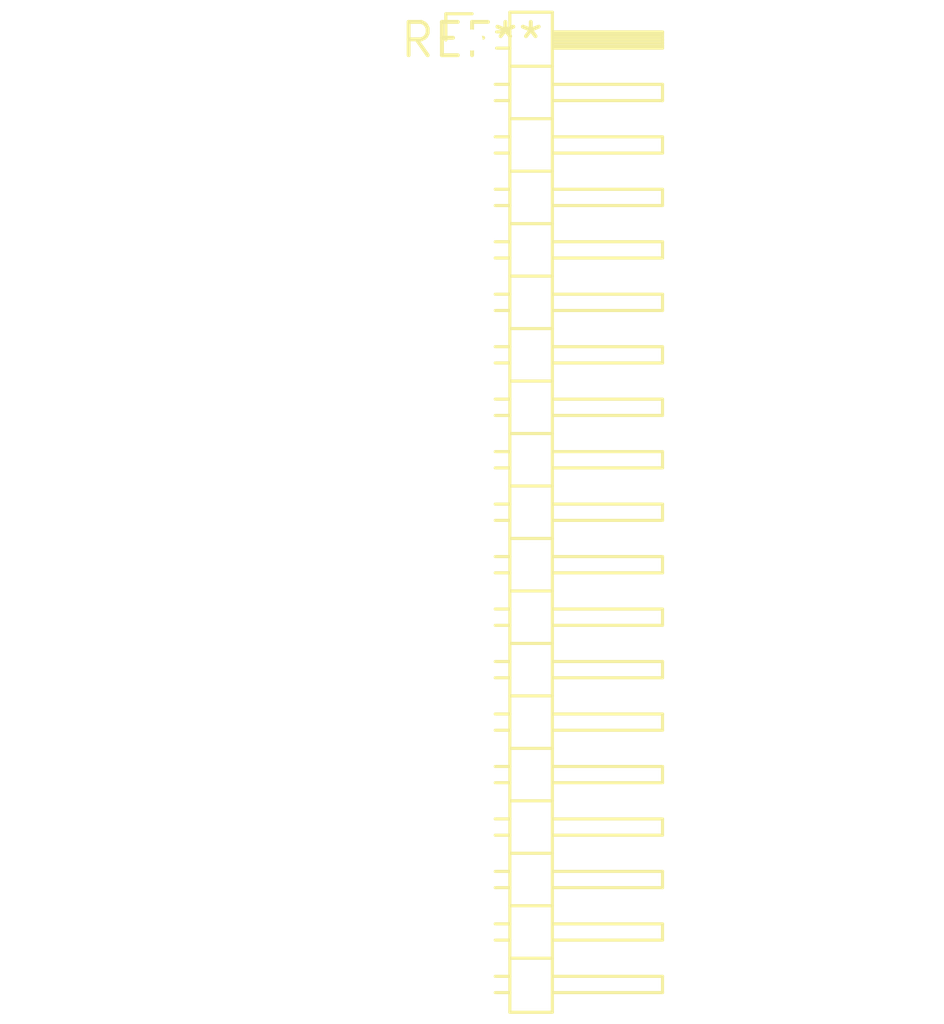
<source format=kicad_pcb>
(kicad_pcb (version 20240108) (generator pcbnew)
  (layers (0 "F.Cu" signal) (31 "B.Cu" signal) (34 "B.Paste" user) (35 "F.Paste" user) (36 "B.SilkS" user "B.Silkscreen") (37 "F.SilkS" user "F.Silkscreen") (38 "B.Mask" user) (39 "F.Mask" user) (44 "Edge.Cuts" user))
  (net 0 "")
  (footprint "PinHeader_1x19_P2.00mm_Horizontal" (layer "F.Cu") (at 0 0)
    (property "Reference" "REF**")
    (property "Value" "PinHeader_1x19_P2.00mm_Horizontal")
    (fp_line (start -1 -1) (end 0 -1) (layer "F.SilkS") (stroke (width 0.12)))
    (fp_line (start -1 0) (end -1 -1) (layer "F.SilkS") (stroke (width 0.12)))
    (fp_line (start 0.882114 1.69) (end 1.44 1.69) (layer "F.SilkS") (stroke (width 0.12)))
    (fp_line (start 0.882114 2.31) (end 1.44 2.31) (layer "F.SilkS") (stroke (width 0.12)))
    (fp_line (start 0.882114 3.69) (end 1.44 3.69) (layer "F.SilkS") (stroke (width 0.12)))
    (fp_line (start 0.882114 4.31) (end 1.44 4.31) (layer "F.SilkS") (stroke (width 0.12)))
    (fp_line (start 0.882114 5.69) (end 1.44 5.69) (layer "F.SilkS") (stroke (width 0.12)))
    (fp_line (start 0.882114 6.31) (end 1.44 6.31) (layer "F.SilkS") (stroke (width 0.12)))
    (fp_line (start 0.882114 7.69) (end 1.44 7.69) (layer "F.SilkS") (stroke (width 0.12)))
    (fp_line (start 0.882114 8.31) (end 1.44 8.31) (layer "F.SilkS") (stroke (width 0.12)))
    (fp_line (start 0.882114 9.69) (end 1.44 9.69) (layer "F.SilkS") (stroke (width 0.12)))
    (fp_line (start 0.882114 10.31) (end 1.44 10.31) (layer "F.SilkS") (stroke (width 0.12)))
    (fp_line (start 0.882114 11.69) (end 1.44 11.69) (layer "F.SilkS") (stroke (width 0.12)))
    (fp_line (start 0.882114 12.31) (end 1.44 12.31) (layer "F.SilkS") (stroke (width 0.12)))
    (fp_line (start 0.882114 13.69) (end 1.44 13.69) (layer "F.SilkS") (stroke (width 0.12)))
    (fp_line (start 0.882114 14.31) (end 1.44 14.31) (layer "F.SilkS") (stroke (width 0.12)))
    (fp_line (start 0.882114 15.69) (end 1.44 15.69) (layer "F.SilkS") (stroke (width 0.12)))
    (fp_line (start 0.882114 16.31) (end 1.44 16.31) (layer "F.SilkS") (stroke (width 0.12)))
    (fp_line (start 0.882114 17.69) (end 1.44 17.69) (layer "F.SilkS") (stroke (width 0.12)))
    (fp_line (start 0.882114 18.31) (end 1.44 18.31) (layer "F.SilkS") (stroke (width 0.12)))
    (fp_line (start 0.882114 19.69) (end 1.44 19.69) (layer "F.SilkS") (stroke (width 0.12)))
    (fp_line (start 0.882114 20.31) (end 1.44 20.31) (layer "F.SilkS") (stroke (width 0.12)))
    (fp_line (start 0.882114 21.69) (end 1.44 21.69) (layer "F.SilkS") (stroke (width 0.12)))
    (fp_line (start 0.882114 22.31) (end 1.44 22.31) (layer "F.SilkS") (stroke (width 0.12)))
    (fp_line (start 0.882114 23.69) (end 1.44 23.69) (layer "F.SilkS") (stroke (width 0.12)))
    (fp_line (start 0.882114 24.31) (end 1.44 24.31) (layer "F.SilkS") (stroke (width 0.12)))
    (fp_line (start 0.882114 25.69) (end 1.44 25.69) (layer "F.SilkS") (stroke (width 0.12)))
    (fp_line (start 0.882114 26.31) (end 1.44 26.31) (layer "F.SilkS") (stroke (width 0.12)))
    (fp_line (start 0.882114 27.69) (end 1.44 27.69) (layer "F.SilkS") (stroke (width 0.12)))
    (fp_line (start 0.882114 28.31) (end 1.44 28.31) (layer "F.SilkS") (stroke (width 0.12)))
    (fp_line (start 0.882114 29.69) (end 1.44 29.69) (layer "F.SilkS") (stroke (width 0.12)))
    (fp_line (start 0.882114 30.31) (end 1.44 30.31) (layer "F.SilkS") (stroke (width 0.12)))
    (fp_line (start 0.882114 31.69) (end 1.44 31.69) (layer "F.SilkS") (stroke (width 0.12)))
    (fp_line (start 0.882114 32.31) (end 1.44 32.31) (layer "F.SilkS") (stroke (width 0.12)))
    (fp_line (start 0.882114 33.69) (end 1.44 33.69) (layer "F.SilkS") (stroke (width 0.12)))
    (fp_line (start 0.882114 34.31) (end 1.44 34.31) (layer "F.SilkS") (stroke (width 0.12)))
    (fp_line (start 0.882114 35.69) (end 1.44 35.69) (layer "F.SilkS") (stroke (width 0.12)))
    (fp_line (start 0.882114 36.31) (end 1.44 36.31) (layer "F.SilkS") (stroke (width 0.12)))
    (fp_line (start 0.935 -0.31) (end 1.44 -0.31) (layer "F.SilkS") (stroke (width 0.12)))
    (fp_line (start 0.935 0.31) (end 1.44 0.31) (layer "F.SilkS") (stroke (width 0.12)))
    (fp_line (start 1.44 -1.06) (end 1.44 37.06) (layer "F.SilkS") (stroke (width 0.12)))
    (fp_line (start 1.44 1) (end 3.06 1) (layer "F.SilkS") (stroke (width 0.12)))
    (fp_line (start 1.44 3) (end 3.06 3) (layer "F.SilkS") (stroke (width 0.12)))
    (fp_line (start 1.44 5) (end 3.06 5) (layer "F.SilkS") (stroke (width 0.12)))
    (fp_line (start 1.44 7) (end 3.06 7) (layer "F.SilkS") (stroke (width 0.12)))
    (fp_line (start 1.44 9) (end 3.06 9) (layer "F.SilkS") (stroke (width 0.12)))
    (fp_line (start 1.44 11) (end 3.06 11) (layer "F.SilkS") (stroke (width 0.12)))
    (fp_line (start 1.44 13) (end 3.06 13) (layer "F.SilkS") (stroke (width 0.12)))
    (fp_line (start 1.44 15) (end 3.06 15) (layer "F.SilkS") (stroke (width 0.12)))
    (fp_line (start 1.44 17) (end 3.06 17) (layer "F.SilkS") (stroke (width 0.12)))
    (fp_line (start 1.44 19) (end 3.06 19) (layer "F.SilkS") (stroke (width 0.12)))
    (fp_line (start 1.44 21) (end 3.06 21) (layer "F.SilkS") (stroke (width 0.12)))
    (fp_line (start 1.44 23) (end 3.06 23) (layer "F.SilkS") (stroke (width 0.12)))
    (fp_line (start 1.44 25) (end 3.06 25) (layer "F.SilkS") (stroke (width 0.12)))
    (fp_line (start 1.44 27) (end 3.06 27) (layer "F.SilkS") (stroke (width 0.12)))
    (fp_line (start 1.44 29) (end 3.06 29) (layer "F.SilkS") (stroke (width 0.12)))
    (fp_line (start 1.44 31) (end 3.06 31) (layer "F.SilkS") (stroke (width 0.12)))
    (fp_line (start 1.44 33) (end 3.06 33) (layer "F.SilkS") (stroke (width 0.12)))
    (fp_line (start 1.44 35) (end 3.06 35) (layer "F.SilkS") (stroke (width 0.12)))
    (fp_line (start 1.44 37.06) (end 3.06 37.06) (layer "F.SilkS") (stroke (width 0.12)))
    (fp_line (start 3.06 -1.06) (end 1.44 -1.06) (layer "F.SilkS") (stroke (width 0.12)))
    (fp_line (start 3.06 -0.31) (end 7.26 -0.31) (layer "F.SilkS") (stroke (width 0.12)))
    (fp_line (start 3.06 -0.25) (end 7.26 -0.25) (layer "F.SilkS") (stroke (width 0.12)))
    (fp_line (start 3.06 -0.13) (end 7.26 -0.13) (layer "F.SilkS") (stroke (width 0.12)))
    (fp_line (start 3.06 -0.01) (end 7.26 -0.01) (layer "F.SilkS") (stroke (width 0.12)))
    (fp_line (start 3.06 0.11) (end 7.26 0.11) (layer "F.SilkS") (stroke (width 0.12)))
    (fp_line (start 3.06 0.23) (end 7.26 0.23) (layer "F.SilkS") (stroke (width 0.12)))
    (fp_line (start 3.06 1.69) (end 7.26 1.69) (layer "F.SilkS") (stroke (width 0.12)))
    (fp_line (start 3.06 3.69) (end 7.26 3.69) (layer "F.SilkS") (stroke (width 0.12)))
    (fp_line (start 3.06 5.69) (end 7.26 5.69) (layer "F.SilkS") (stroke (width 0.12)))
    (fp_line (start 3.06 7.69) (end 7.26 7.69) (layer "F.SilkS") (stroke (width 0.12)))
    (fp_line (start 3.06 9.69) (end 7.26 9.69) (layer "F.SilkS") (stroke (width 0.12)))
    (fp_line (start 3.06 11.69) (end 7.26 11.69) (layer "F.SilkS") (stroke (width 0.12)))
    (fp_line (start 3.06 13.69) (end 7.26 13.69) (layer "F.SilkS") (stroke (width 0.12)))
    (fp_line (start 3.06 15.69) (end 7.26 15.69) (layer "F.SilkS") (stroke (width 0.12)))
    (fp_line (start 3.06 17.69) (end 7.26 17.69) (layer "F.SilkS") (stroke (width 0.12)))
    (fp_line (start 3.06 19.69) (end 7.26 19.69) (layer "F.SilkS") (stroke (width 0.12)))
    (fp_line (start 3.06 21.69) (end 7.26 21.69) (layer "F.SilkS") (stroke (width 0.12)))
    (fp_line (start 3.06 23.69) (end 7.26 23.69) (layer "F.SilkS") (stroke (width 0.12)))
    (fp_line (start 3.06 25.69) (end 7.26 25.69) (layer "F.SilkS") (stroke (width 0.12)))
    (fp_line (start 3.06 27.69) (end 7.26 27.69) (layer "F.SilkS") (stroke (width 0.12)))
    (fp_line (start 3.06 29.69) (end 7.26 29.69) (layer "F.SilkS") (stroke (width 0.12)))
    (fp_line (start 3.06 31.69) (end 7.26 31.69) (layer "F.SilkS") (stroke (width 0.12)))
    (fp_line (start 3.06 33.69) (end 7.26 33.69) (layer "F.SilkS") (stroke (width 0.12)))
    (fp_line (start 3.06 35.69) (end 7.26 35.69) (layer "F.SilkS") (stroke (width 0.12)))
    (fp_line (start 3.06 37.06) (end 3.06 -1.06) (layer "F.SilkS") (stroke (width 0.12)))
    (fp_line (start 7.26 -0.31) (end 7.26 0.31) (layer "F.SilkS") (stroke (width 0.12)))
    (fp_line (start 7.26 0.31) (end 3.06 0.31) (layer "F.SilkS") (stroke (width 0.12)))
    (fp_line (start 7.26 1.69) (end 7.26 2.31) (layer "F.SilkS") (stroke (width 0.12)))
    (fp_line (start 7.26 2.31) (end 3.06 2.31) (layer "F.SilkS") (stroke (width 0.12)))
    (fp_line (start 7.26 3.69) (end 7.26 4.31) (layer "F.SilkS") (stroke (width 0.12)))
    (fp_line (start 7.26 4.31) (end 3.06 4.31) (layer "F.SilkS") (stroke (width 0.12)))
    (fp_line (start 7.26 5.69) (end 7.26 6.31) (layer "F.SilkS") (stroke (width 0.12)))
    (fp_line (start 7.26 6.31) (end 3.06 6.31) (layer "F.SilkS") (stroke (width 0.12)))
    (fp_line (start 7.26 7.69) (end 7.26 8.31) (layer "F.SilkS") (stroke (width 0.12)))
    (fp_line (start 7.26 8.31) (end 3.06 8.31) (layer "F.SilkS") (stroke (width 0.12)))
    (fp_line (start 7.26 9.69) (end 7.26 10.31) (layer "F.SilkS") (stroke (width 0.12)))
    (fp_line (start 7.26 10.31) (end 3.06 10.31) (layer "F.SilkS") (stroke (width 0.12)))
    (fp_line (start 7.26 11.69) (end 7.26 12.31) (layer "F.SilkS") (stroke (width 0.12)))
    (fp_line (start 7.26 12.31) (end 3.06 12.31) (layer "F.SilkS") (stroke (width 0.12)))
    (fp_line (start 7.26 13.69) (end 7.26 14.31) (layer "F.SilkS") (stroke (width 0.12)))
    (fp_line (start 7.26 14.31) (end 3.06 14.31) (layer "F.SilkS") (stroke (width 0.12)))
    (fp_line (start 7.26 15.69) (end 7.26 16.31) (layer "F.SilkS") (stroke (width 0.12)))
    (fp_line (start 7.26 16.31) (end 3.06 16.31) (layer "F.SilkS") (stroke (width 0.12)))
    (fp_line (start 7.26 17.69) (end 7.26 18.31) (layer "F.SilkS") (stroke (width 0.12)))
    (fp_line (start 7.26 18.31) (end 3.06 18.31) (layer "F.SilkS") (stroke (width 0.12)))
    (fp_line (start 7.26 19.69) (end 7.26 20.31) (layer "F.SilkS") (stroke (width 0.12)))
    (fp_line (start 7.26 20.31) (end 3.06 20.31) (layer "F.SilkS") (stroke (width 0.12)))
    (fp_line (start 7.26 21.69) (end 7.26 22.31) (layer "F.SilkS") (stroke (width 0.12)))
    (fp_line (start 7.26 22.31) (end 3.06 22.31) (layer "F.SilkS") (stroke (width 0.12)))
    (fp_line (start 7.26 23.69) (end 7.26 24.31) (layer "F.SilkS") (stroke (width 0.12)))
    (fp_line (start 7.26 24.31) (end 3.06 24.31) (layer "F.SilkS") (stroke (width 0.12)))
    (fp_line (start 7.26 25.69) (end 7.26 26.31) (layer "F.SilkS") (stroke (width 0.12)))
    (fp_line (start 7.26 26.31) (end 3.06 26.31) (layer "F.SilkS") (stroke (width 0.12)))
    (fp_line (start 7.26 27.69) (end 7.26 28.31) (layer "F.SilkS") (stroke (width 0.12)))
    (fp_line (start 7.26 28.31) (end 3.06 28.31) (layer "F.SilkS") (stroke (width 0.12)))
    (fp_line (start 7.26 29.69) (end 7.26 30.31) (layer "F.SilkS") (stroke (width 0.12)))
    (fp_line (start 7.26 30.31) (end 3.06 30.31) (layer "F.SilkS") (stroke (width 0.12)))
    (fp_line (start 7.26 31.69) (end 7.26 32.31) (layer "F.SilkS") (stroke (width 0.12)))
    (fp_line (start 7.26 32.31) (end 3.06 32.31) (layer "F.SilkS") (stroke (width 0.12)))
    (fp_line (start 7.26 33.69) (end 7.26 34.31) (layer "F.SilkS") (stroke (width 0.12)))
    (fp_line (start 7.26 34.31) (end 3.06 34.31) (layer "F.SilkS") (stroke (width 0.12)))
    (fp_line (start 7.26 35.69) (end 7.26 36.31) (layer "F.SilkS") (stroke (width 0.12)))
    (fp_line (start 7.26 36.31) (end 3.06 36.31) (layer "F.SilkS") (stroke (width 0.12)))
    (pad "1" thru_hole rect (at 0 0) (size 1.35 1.35) (drill 0.8) (layers *.Cu *.Mask) (remove_unused_layers))
    (pad "2" thru_hole oval (at 0 2) (size 1.35 1.35) (drill 0.8) (layers *.Cu *.Mask) (remove_unused_layers))
    (pad "3" thru_hole oval (at 0 4) (size 1.35 1.35) (drill 0.8) (layers *.Cu *.Mask) (remove_unused_layers))
    (pad "4" thru_hole oval (at 0 6) (size 1.35 1.35) (drill 0.8) (layers *.Cu *.Mask) (remove_unused_layers))
    (pad "5" thru_hole oval (at 0 8) (size 1.35 1.35) (drill 0.8) (layers *.Cu *.Mask) (remove_unused_layers))
    (pad "6" thru_hole oval (at 0 10) (size 1.35 1.35) (drill 0.8) (layers *.Cu *.Mask) (remove_unused_layers))
    (pad "7" thru_hole oval (at 0 12) (size 1.35 1.35) (drill 0.8) (layers *.Cu *.Mask) (remove_unused_layers))
    (pad "8" thru_hole oval (at 0 14) (size 1.35 1.35) (drill 0.8) (layers *.Cu *.Mask) (remove_unused_layers))
    (pad "9" thru_hole oval (at 0 16) (size 1.35 1.35) (drill 0.8) (layers *.Cu *.Mask) (remove_unused_layers))
    (pad "10" thru_hole oval (at 0 18) (size 1.35 1.35) (drill 0.8) (layers *.Cu *.Mask) (remove_unused_layers))
    (pad "11" thru_hole oval (at 0 20) (size 1.35 1.35) (drill 0.8) (layers *.Cu *.Mask) (remove_unused_layers))
    (pad "12" thru_hole oval (at 0 22) (size 1.35 1.35) (drill 0.8) (layers *.Cu *.Mask) (remove_unused_layers))
    (pad "13" thru_hole oval (at 0 24) (size 1.35 1.35) (drill 0.8) (layers *.Cu *.Mask) (remove_unused_layers))
    (pad "14" thru_hole oval (at 0 26) (size 1.35 1.35) (drill 0.8) (layers *.Cu *.Mask) (remove_unused_layers))
    (pad "15" thru_hole oval (at 0 28) (size 1.35 1.35) (drill 0.8) (layers *.Cu *.Mask) (remove_unused_layers))
    (pad "16" thru_hole oval (at 0 30) (size 1.35 1.35) (drill 0.8) (layers *.Cu *.Mask) (remove_unused_layers))
    (pad "17" thru_hole oval (at 0 32) (size 1.35 1.35) (drill 0.8) (layers *.Cu *.Mask) (remove_unused_layers))
    (pad "18" thru_hole oval (at 0 34) (size 1.35 1.35) (drill 0.8) (layers *.Cu *.Mask) (remove_unused_layers))
    (pad "19" thru_hole oval (at 0 36) (size 1.35 1.35) (drill 0.8) (layers *.Cu *.Mask) (remove_unused_layers))
  )
)
</source>
